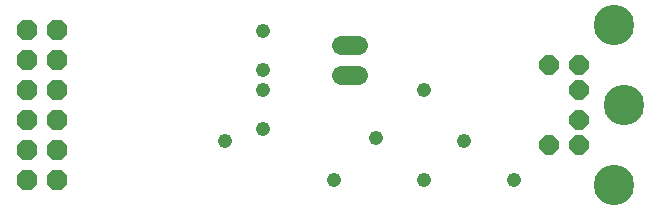
<source format=gbs>
G75*
%MOIN*%
%OFA0B0*%
%FSLAX24Y24*%
%IPPOS*%
%LPD*%
%AMOC8*
5,1,8,0,0,1.08239X$1,22.5*
%
%ADD10OC8,0.0634*%
%ADD11C,0.1346*%
%ADD12OC8,0.0680*%
%ADD13C,0.0640*%
%ADD14C,0.0476*%
D10*
X021919Y002761D03*
X022904Y002761D03*
X022904Y003588D03*
X022904Y004612D03*
X022904Y005439D03*
X021919Y005439D03*
D11*
X024085Y006757D03*
X024400Y004100D03*
X024085Y001443D03*
D12*
X004500Y001600D03*
X005500Y001600D03*
X005500Y002600D03*
X004500Y002600D03*
X004500Y003600D03*
X005500Y003600D03*
X005500Y004600D03*
X004500Y004600D03*
X004500Y005600D03*
X005500Y005600D03*
X005500Y006600D03*
X004500Y006600D03*
D13*
X014970Y006100D02*
X015530Y006100D01*
X015530Y005100D02*
X014970Y005100D01*
D14*
X012388Y005277D03*
X012388Y004588D03*
X012388Y003309D03*
X011108Y002915D03*
X014750Y001600D03*
X017750Y001600D03*
X020750Y001600D03*
X019081Y002915D03*
X016128Y003013D03*
X017750Y004600D03*
X012388Y006557D03*
M02*

</source>
